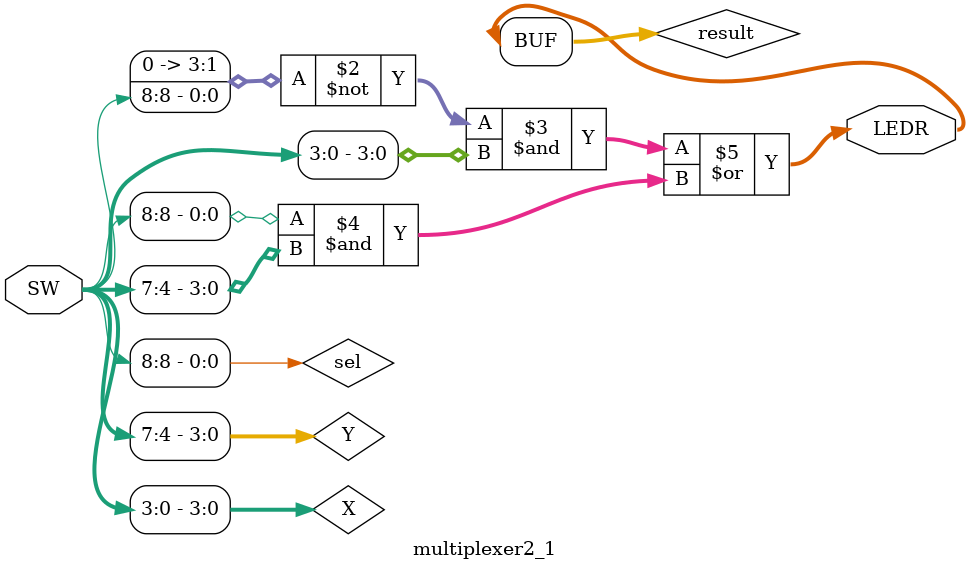
<source format=v>
module multiplexer2_1(SW, LEDR);

	input [8:0] SW;
	output wire [3:0] LEDR;
	wire [3:0] X, Y;
	wire [3:0] result;
	
    assign X = SW[3:0];
	assign Y = SW[7:4];
	assign sel = SW[8];

    assign result = (~sel & X) | (sel & Y);
	assign LEDR[3:0] = result[3:0];
	
endmodule
</source>
